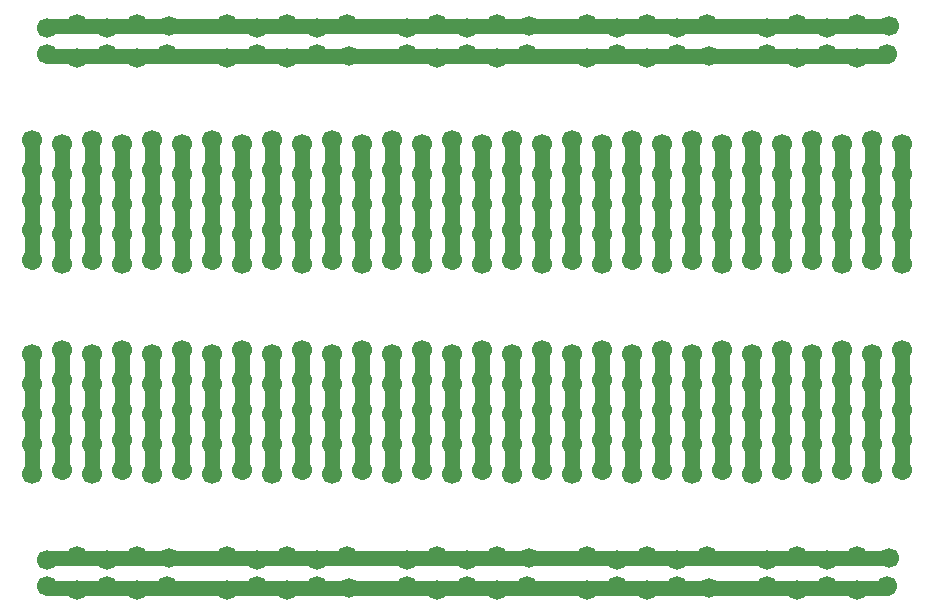
<source format=gbr>
%TF.GenerationSoftware,KiCad,Pcbnew,9.0.1*%
%TF.CreationDate,2025-05-06T21:02:19-04:00*%
%TF.ProjectId,PCB_breadboard,5043425f-6272-4656-9164-626f6172642e,V1.1.1.Locking*%
%TF.SameCoordinates,PX54c81a0PY9157080*%
%TF.FileFunction,Copper,L1,Top*%
%TF.FilePolarity,Positive*%
%FSLAX46Y46*%
G04 Gerber Fmt 4.6, Leading zero omitted, Abs format (unit mm)*
G04 Created by KiCad (PCBNEW 9.0.1) date 2025-05-06 21:02:19*
%MOMM*%
%LPD*%
G01*
G04 APERTURE LIST*
%TA.AperFunction,ComponentPad*%
%ADD10C,1.700000*%
%TD*%
%TA.AperFunction,Conductor*%
%ADD11C,1.250000*%
%TD*%
G04 APERTURE END LIST*
D10*
%TO.P,K59,1*%
%TO.N,Net-(K59-Pad1)*%
X50890000Y12860000D03*
%TO.P,K59,2*%
X50890000Y15400000D03*
%TO.P,K59,3*%
X50890000Y17940000D03*
%TO.P,K59,4*%
X50890000Y20480000D03*
%TO.P,K59,5*%
X50890000Y23020000D03*
%TD*%
%TO.P,K28,1*%
%TO.N,Net-(K28-Pad1)*%
X48350000Y30640000D03*
%TO.P,K28,2*%
X48350000Y33180000D03*
%TO.P,K28,3*%
X48350000Y35720000D03*
%TO.P,K28,4*%
X48350000Y38260000D03*
%TO.P,K28,5*%
X48350000Y40800000D03*
%TD*%
%TO.P,K30,1*%
%TO.N,Net-(K30-Pad1)*%
X53430000Y30640000D03*
%TO.P,K30,2*%
X53430000Y33180000D03*
%TO.P,K30,3*%
X53430000Y35720000D03*
%TO.P,K30,4*%
X53430000Y38260000D03*
%TO.P,K30,5*%
X53430000Y40800000D03*
%TD*%
%TO.P,K39,1*%
%TO.N,Net-(K39-Pad1)*%
X76290000Y30980000D03*
%TO.P,K39,2*%
X76290000Y33520000D03*
%TO.P,K39,3*%
X76290000Y36060000D03*
%TO.P,K39,4*%
X76290000Y38600000D03*
%TO.P,K39,5*%
X76290000Y41140000D03*
%TD*%
%TO.P,K63,1*%
%TO.N,Net-(K63-Pad1)*%
X61050000Y12860000D03*
%TO.P,K63,2*%
X61050000Y15400000D03*
%TO.P,K63,3*%
X61050000Y17940000D03*
%TO.P,K63,4*%
X61050000Y20480000D03*
%TO.P,K63,5*%
X61050000Y23020000D03*
%TD*%
%TO.P,K46,1*%
%TO.N,Net-(K46-Pad1)*%
X17870000Y13200000D03*
%TO.P,K46,2*%
X17870000Y15740000D03*
%TO.P,K46,3*%
X17870000Y18280000D03*
%TO.P,K46,4*%
X17870000Y20820000D03*
%TO.P,K46,5*%
X17870000Y23360000D03*
%TD*%
%TO.P,K35,1*%
%TO.N,Net-(K35-Pad1)*%
X66130000Y30980000D03*
%TO.P,K35,2*%
X66130000Y33520000D03*
%TO.P,K35,3*%
X66130000Y36060000D03*
%TO.P,K35,4*%
X66130000Y38600000D03*
%TO.P,K35,5*%
X66130000Y41140000D03*
%TD*%
%TO.P,K14,1*%
%TO.N,Net-(K14-Pad1)*%
X12790000Y30640000D03*
%TO.P,K14,2*%
X12790000Y33180000D03*
%TO.P,K14,3*%
X12790000Y35720000D03*
%TO.P,K14,4*%
X12790000Y38260000D03*
%TO.P,K14,5*%
X12790000Y40800000D03*
%TD*%
%TO.P,K9,1*%
%TO.N,Net-(K10-Pad1)*%
X52160000Y48090000D03*
%TO.P,K9,2*%
X54700000Y48430000D03*
%TO.P,K9,3*%
X57240000Y48090000D03*
%TO.P,K9,4*%
X59780000Y48430000D03*
%TO.P,K9,5*%
X62490000Y48260000D03*
%TD*%
%TO.P,K47,1*%
%TO.N,Net-(K47-Pad1)*%
X20410000Y12860000D03*
%TO.P,K47,2*%
X20410000Y15400000D03*
%TO.P,K47,3*%
X20410000Y17940000D03*
%TO.P,K47,4*%
X20410000Y20480000D03*
%TO.P,K47,5*%
X20410000Y23020000D03*
%TD*%
%TO.P,K56,1*%
%TO.N,Net-(K56-Pad1)*%
X43270000Y13200000D03*
%TO.P,K56,2*%
X43270000Y15740000D03*
%TO.P,K56,3*%
X43270000Y18280000D03*
%TO.P,K56,4*%
X43270000Y20820000D03*
%TO.P,K56,5*%
X43270000Y23360000D03*
%TD*%
%TO.P,K32,1*%
%TO.N,Net-(K32-Pad1)*%
X58510000Y30640000D03*
%TO.P,K32,2*%
X58510000Y33180000D03*
%TO.P,K32,3*%
X58510000Y35720000D03*
%TO.P,K32,4*%
X58510000Y38260000D03*
%TO.P,K32,5*%
X58510000Y40800000D03*
%TD*%
%TO.P,K54,1*%
%TO.N,Net-(K54-Pad1)*%
X38190000Y13200000D03*
%TO.P,K54,2*%
X38190000Y15740000D03*
%TO.P,K54,3*%
X38190000Y18280000D03*
%TO.P,K54,4*%
X38190000Y20820000D03*
%TO.P,K54,5*%
X38190000Y23360000D03*
%TD*%
%TO.P,K26,1*%
%TO.N,Net-(K26-Pad1)*%
X43270000Y30640000D03*
%TO.P,K26,2*%
X43270000Y33180000D03*
%TO.P,K26,3*%
X43270000Y35720000D03*
%TO.P,K26,4*%
X43270000Y38260000D03*
%TO.P,K26,5*%
X43270000Y40800000D03*
%TD*%
%TO.P,K18,1*%
%TO.N,Net-(K18-Pad1)*%
X22950000Y30640000D03*
%TO.P,K18,2*%
X22950000Y33180000D03*
%TO.P,K18,3*%
X22950000Y35720000D03*
%TO.P,K18,4*%
X22950000Y38260000D03*
%TO.P,K18,5*%
X22950000Y40800000D03*
%TD*%
%TO.P,K44,1*%
%TO.N,Net-(K44-Pad1)*%
X12790000Y13200000D03*
%TO.P,K44,2*%
X12790000Y15740000D03*
%TO.P,K44,3*%
X12790000Y18280000D03*
%TO.P,K44,4*%
X12790000Y20820000D03*
%TO.P,K44,5*%
X12790000Y23360000D03*
%TD*%
%TO.P,K15,1*%
%TO.N,Net-(K15-Pad1)*%
X15330000Y30980000D03*
%TO.P,K15,2*%
X15330000Y33520000D03*
%TO.P,K15,3*%
X15330000Y36060000D03*
%TO.P,K15,4*%
X15330000Y38600000D03*
%TO.P,K15,5*%
X15330000Y41140000D03*
%TD*%
%TO.P,K2,1*%
%TO.N,Net-(K1-Pad1)*%
X21680000Y50970000D03*
%TO.P,K2,2*%
X24220000Y50630000D03*
%TO.P,K2,3*%
X26760000Y50970000D03*
%TO.P,K2,4*%
X29300000Y50630000D03*
%TO.P,K2,5*%
X31840000Y50970000D03*
%TD*%
%TO.P,K16,1*%
%TO.N,Net-(K16-Pad1)*%
X17870000Y30640000D03*
%TO.P,K16,2*%
X17870000Y33180000D03*
%TO.P,K16,3*%
X17870000Y35720000D03*
%TO.P,K16,4*%
X17870000Y38260000D03*
%TO.P,K16,5*%
X17870000Y40800000D03*
%TD*%
%TO.P,K13,1*%
%TO.N,Net-(K13-Pad1)*%
X10250000Y30980000D03*
%TO.P,K13,2*%
X10250000Y33520000D03*
%TO.P,K13,3*%
X10250000Y36060000D03*
%TO.P,K13,4*%
X10250000Y38600000D03*
%TO.P,K13,5*%
X10250000Y41140000D03*
%TD*%
%TO.P,K37,1*%
%TO.N,Net-(K37-Pad1)*%
X71210000Y30980000D03*
%TO.P,K37,2*%
X71210000Y33520000D03*
%TO.P,K37,3*%
X71210000Y36060000D03*
%TO.P,K37,4*%
X71210000Y38600000D03*
%TO.P,K37,5*%
X71210000Y41140000D03*
%TD*%
%TO.P,K3,1*%
%TO.N,Net-(K1-Pad1)*%
X36920000Y50630000D03*
%TO.P,K3,2*%
X39460000Y50970000D03*
%TO.P,K3,3*%
X42000000Y50630000D03*
%TO.P,K3,4*%
X44540000Y50970000D03*
%TO.P,K3,5*%
X47250000Y50800000D03*
%TD*%
%TO.P,K73,1*%
%TO.N,Net-(K71-Pad1)*%
X36920000Y5570000D03*
%TO.P,K73,2*%
X39460000Y5910000D03*
%TO.P,K73,3*%
X42000000Y5570000D03*
%TO.P,K73,4*%
X44540000Y5910000D03*
%TO.P,K73,5*%
X47250000Y5740000D03*
%TD*%
%TO.P,K80,1*%
%TO.N,Net-(K76-Pad1)*%
X67400000Y3370000D03*
%TO.P,K80,2*%
X69940000Y3030000D03*
%TO.P,K80,3*%
X72480000Y3370000D03*
%TO.P,K80,4*%
X75020000Y3030000D03*
%TO.P,K80,5*%
X77560000Y3370000D03*
%TD*%
%TO.P,K23,1*%
%TO.N,Net-(K23-Pad1)*%
X35650000Y30980000D03*
%TO.P,K23,2*%
X35650000Y33520000D03*
%TO.P,K23,3*%
X35650000Y36060000D03*
%TO.P,K23,4*%
X35650000Y38600000D03*
%TO.P,K23,5*%
X35650000Y41140000D03*
%TD*%
%TO.P,K68,1*%
%TO.N,Net-(K68-Pad1)*%
X73750000Y13200000D03*
%TO.P,K68,2*%
X73750000Y15740000D03*
%TO.P,K68,3*%
X73750000Y18280000D03*
%TO.P,K68,4*%
X73750000Y20820000D03*
%TO.P,K68,5*%
X73750000Y23360000D03*
%TD*%
%TO.P,K5,1*%
%TO.N,Net-(K1-Pad1)*%
X67400000Y50630000D03*
%TO.P,K5,2*%
X69940000Y50970000D03*
%TO.P,K5,3*%
X72480000Y50630000D03*
%TO.P,K5,4*%
X75020000Y50970000D03*
%TO.P,K5,5*%
X77730000Y50800000D03*
%TD*%
%TO.P,K27,1*%
%TO.N,Net-(K27-Pad1)*%
X45810000Y30980000D03*
%TO.P,K27,2*%
X45810000Y33520000D03*
%TO.P,K27,3*%
X45810000Y36060000D03*
%TO.P,K27,4*%
X45810000Y38600000D03*
%TO.P,K27,5*%
X45810000Y41140000D03*
%TD*%
%TO.P,K64,1*%
%TO.N,Net-(K64-Pad1)*%
X63590000Y13200000D03*
%TO.P,K64,2*%
X63590000Y15740000D03*
%TO.P,K64,3*%
X63590000Y18280000D03*
%TO.P,K64,4*%
X63590000Y20820000D03*
%TO.P,K64,5*%
X63590000Y23360000D03*
%TD*%
%TO.P,K25,1*%
%TO.N,Net-(K25-Pad1)*%
X40730000Y30980000D03*
%TO.P,K25,2*%
X40730000Y33520000D03*
%TO.P,K25,3*%
X40730000Y36060000D03*
%TO.P,K25,4*%
X40730000Y38600000D03*
%TO.P,K25,5*%
X40730000Y41140000D03*
%TD*%
%TO.P,K36,1*%
%TO.N,Net-(K36-Pad1)*%
X68670000Y30640000D03*
%TO.P,K36,2*%
X68670000Y33180000D03*
%TO.P,K36,3*%
X68670000Y35720000D03*
%TO.P,K36,4*%
X68670000Y38260000D03*
%TO.P,K36,5*%
X68670000Y40800000D03*
%TD*%
%TO.P,K21,1*%
%TO.N,Net-(K21-Pad1)*%
X30570000Y30980000D03*
%TO.P,K21,2*%
X30570000Y33520000D03*
%TO.P,K21,3*%
X30570000Y36060000D03*
%TO.P,K21,4*%
X30570000Y38600000D03*
%TO.P,K21,5*%
X30570000Y41140000D03*
%TD*%
%TO.P,K1,1*%
%TO.N,Net-(K1-Pad1)*%
X6440000Y50630000D03*
%TO.P,K1,2*%
X8980000Y50970000D03*
%TO.P,K1,3*%
X11520000Y50630000D03*
%TO.P,K1,4*%
X14060000Y50970000D03*
%TO.P,K1,5*%
X16770000Y50800000D03*
%TD*%
%TO.P,K79,1*%
%TO.N,Net-(K76-Pad1)*%
X52160000Y3030000D03*
%TO.P,K79,2*%
X54700000Y3370000D03*
%TO.P,K79,3*%
X57240000Y3030000D03*
%TO.P,K79,4*%
X59780000Y3370000D03*
%TO.P,K79,5*%
X62490000Y3200000D03*
%TD*%
%TO.P,K6,1*%
%TO.N,Net-(K10-Pad1)*%
X6440000Y48430000D03*
%TO.P,K6,2*%
X8980000Y48090000D03*
%TO.P,K6,3*%
X11520000Y48430000D03*
%TO.P,K6,4*%
X14060000Y48090000D03*
%TO.P,K6,5*%
X16600000Y48430000D03*
%TD*%
%TO.P,K51,1*%
%TO.N,Net-(K51-Pad1)*%
X30570000Y12860000D03*
%TO.P,K51,2*%
X30570000Y15400000D03*
%TO.P,K51,3*%
X30570000Y17940000D03*
%TO.P,K51,4*%
X30570000Y20480000D03*
%TO.P,K51,5*%
X30570000Y23020000D03*
%TD*%
%TO.P,K41,1*%
%TO.N,Net-(K41-Pad1)*%
X5170000Y12860000D03*
%TO.P,K41,2*%
X5170000Y15400000D03*
%TO.P,K41,3*%
X5170000Y17940000D03*
%TO.P,K41,4*%
X5170000Y20480000D03*
%TO.P,K41,5*%
X5170000Y23020000D03*
%TD*%
%TO.P,K45,1*%
%TO.N,Net-(K45-Pad1)*%
X15330000Y12860000D03*
%TO.P,K45,2*%
X15330000Y15400000D03*
%TO.P,K45,3*%
X15330000Y17940000D03*
%TO.P,K45,4*%
X15330000Y20480000D03*
%TO.P,K45,5*%
X15330000Y23020000D03*
%TD*%
%TO.P,K40,1*%
%TO.N,Net-(K40-Pad1)*%
X78830000Y30640000D03*
%TO.P,K40,2*%
X78830000Y33180000D03*
%TO.P,K40,3*%
X78830000Y35720000D03*
%TO.P,K40,4*%
X78830000Y38260000D03*
%TO.P,K40,5*%
X78830000Y40800000D03*
%TD*%
%TO.P,K11,1*%
%TO.N,Net-(K11-Pad1)*%
X5170000Y30980000D03*
%TO.P,K11,2*%
X5170000Y33520000D03*
%TO.P,K11,3*%
X5170000Y36060000D03*
%TO.P,K11,4*%
X5170000Y38600000D03*
%TO.P,K11,5*%
X5170000Y41140000D03*
%TD*%
%TO.P,K31,1*%
%TO.N,Net-(K31-Pad1)*%
X55970000Y30980000D03*
%TO.P,K31,2*%
X55970000Y33520000D03*
%TO.P,K31,3*%
X55970000Y36060000D03*
%TO.P,K31,4*%
X55970000Y38600000D03*
%TO.P,K31,5*%
X55970000Y41140000D03*
%TD*%
%TO.P,K43,1*%
%TO.N,Net-(K43-Pad1)*%
X10250000Y12860000D03*
%TO.P,K43,2*%
X10250000Y15400000D03*
%TO.P,K43,3*%
X10250000Y17940000D03*
%TO.P,K43,4*%
X10250000Y20480000D03*
%TO.P,K43,5*%
X10250000Y23020000D03*
%TD*%
%TO.P,K72,1*%
%TO.N,Net-(K71-Pad1)*%
X21680000Y5910000D03*
%TO.P,K72,2*%
X24220000Y5570000D03*
%TO.P,K72,3*%
X26760000Y5910000D03*
%TO.P,K72,4*%
X29300000Y5570000D03*
%TO.P,K72,5*%
X31840000Y5910000D03*
%TD*%
%TO.P,K33,1*%
%TO.N,Net-(K33-Pad1)*%
X61050000Y30980000D03*
%TO.P,K33,2*%
X61050000Y33520000D03*
%TO.P,K33,3*%
X61050000Y36060000D03*
%TO.P,K33,4*%
X61050000Y38600000D03*
%TO.P,K33,5*%
X61050000Y41140000D03*
%TD*%
%TO.P,K55,1*%
%TO.N,Net-(K55-Pad1)*%
X40730000Y12860000D03*
%TO.P,K55,2*%
X40730000Y15400000D03*
%TO.P,K55,3*%
X40730000Y17940000D03*
%TO.P,K55,4*%
X40730000Y20480000D03*
%TO.P,K55,5*%
X40730000Y23020000D03*
%TD*%
%TO.P,K53,1*%
%TO.N,Net-(K53-Pad1)*%
X35650000Y12860000D03*
%TO.P,K53,2*%
X35650000Y15400000D03*
%TO.P,K53,3*%
X35650000Y17940000D03*
%TO.P,K53,4*%
X35650000Y20480000D03*
%TO.P,K53,5*%
X35650000Y23020000D03*
%TD*%
%TO.P,K57,1*%
%TO.N,Net-(K57-Pad1)*%
X45810000Y12860000D03*
%TO.P,K57,2*%
X45810000Y15400000D03*
%TO.P,K57,3*%
X45810000Y17940000D03*
%TO.P,K57,4*%
X45810000Y20480000D03*
%TO.P,K57,5*%
X45810000Y23020000D03*
%TD*%
%TO.P,K10,1*%
%TO.N,Net-(K10-Pad1)*%
X67400000Y48430000D03*
%TO.P,K10,2*%
X69940000Y48090000D03*
%TO.P,K10,3*%
X72480000Y48430000D03*
%TO.P,K10,4*%
X75020000Y48090000D03*
%TO.P,K10,5*%
X77560000Y48430000D03*
%TD*%
%TO.P,K8,1*%
%TO.N,Net-(K10-Pad1)*%
X36920000Y48430000D03*
%TO.P,K8,2*%
X39460000Y48090000D03*
%TO.P,K8,3*%
X42000000Y48430000D03*
%TO.P,K8,4*%
X44540000Y48090000D03*
%TO.P,K8,5*%
X47080000Y48430000D03*
%TD*%
%TO.P,K7,1*%
%TO.N,Net-(K10-Pad1)*%
X21680000Y48090000D03*
%TO.P,K7,2*%
X24220000Y48430000D03*
%TO.P,K7,3*%
X26760000Y48090000D03*
%TO.P,K7,4*%
X29300000Y48430000D03*
%TO.P,K7,5*%
X32010000Y48260000D03*
%TD*%
%TO.P,K24,1*%
%TO.N,Net-(K24-Pad1)*%
X38190000Y30640000D03*
%TO.P,K24,2*%
X38190000Y33180000D03*
%TO.P,K24,3*%
X38190000Y35720000D03*
%TO.P,K24,4*%
X38190000Y38260000D03*
%TO.P,K24,5*%
X38190000Y40800000D03*
%TD*%
%TO.P,K19,1*%
%TO.N,Net-(K19-Pad1)*%
X25490000Y30980000D03*
%TO.P,K19,2*%
X25490000Y33520000D03*
%TO.P,K19,3*%
X25490000Y36060000D03*
%TO.P,K19,4*%
X25490000Y38600000D03*
%TO.P,K19,5*%
X25490000Y41140000D03*
%TD*%
%TO.P,K49,1*%
%TO.N,Net-(K49-Pad1)*%
X25490000Y12860000D03*
%TO.P,K49,2*%
X25490000Y15400000D03*
%TO.P,K49,3*%
X25490000Y17940000D03*
%TO.P,K49,4*%
X25490000Y20480000D03*
%TO.P,K49,5*%
X25490000Y23020000D03*
%TD*%
%TO.P,K70,1*%
%TO.N,Net-(K70-Pad1)*%
X78830000Y13200000D03*
%TO.P,K70,2*%
X78830000Y15740000D03*
%TO.P,K70,3*%
X78830000Y18280000D03*
%TO.P,K70,4*%
X78830000Y20820000D03*
%TO.P,K70,5*%
X78830000Y23360000D03*
%TD*%
%TO.P,K78,1*%
%TO.N,Net-(K76-Pad1)*%
X36920000Y3370000D03*
%TO.P,K78,2*%
X39460000Y3030000D03*
%TO.P,K78,3*%
X42000000Y3370000D03*
%TO.P,K78,4*%
X44540000Y3030000D03*
%TO.P,K78,5*%
X47080000Y3370000D03*
%TD*%
%TO.P,K71,1*%
%TO.N,Net-(K71-Pad1)*%
X6440000Y5570000D03*
%TO.P,K71,2*%
X8980000Y5910000D03*
%TO.P,K71,3*%
X11520000Y5570000D03*
%TO.P,K71,4*%
X14060000Y5910000D03*
%TO.P,K71,5*%
X16770000Y5740000D03*
%TD*%
%TO.P,K29,1*%
%TO.N,Net-(K29-Pad1)*%
X50890000Y30980000D03*
%TO.P,K29,2*%
X50890000Y33520000D03*
%TO.P,K29,3*%
X50890000Y36060000D03*
%TO.P,K29,4*%
X50890000Y38600000D03*
%TO.P,K29,5*%
X50890000Y41140000D03*
%TD*%
%TO.P,K61,1*%
%TO.N,Net-(K61-Pad1)*%
X55970000Y12860000D03*
%TO.P,K61,2*%
X55970000Y15400000D03*
%TO.P,K61,3*%
X55970000Y17940000D03*
%TO.P,K61,4*%
X55970000Y20480000D03*
%TO.P,K61,5*%
X55970000Y23020000D03*
%TD*%
%TO.P,K74,1*%
%TO.N,Net-(K71-Pad1)*%
X52160000Y5910000D03*
%TO.P,K74,2*%
X54700000Y5570000D03*
%TO.P,K74,3*%
X57240000Y5910000D03*
%TO.P,K74,4*%
X59780000Y5570000D03*
%TO.P,K74,5*%
X62320000Y5910000D03*
%TD*%
%TO.P,K75,1*%
%TO.N,Net-(K71-Pad1)*%
X67400000Y5570000D03*
%TO.P,K75,2*%
X69940000Y5910000D03*
%TO.P,K75,3*%
X72480000Y5570000D03*
%TO.P,K75,4*%
X75020000Y5910000D03*
%TO.P,K75,5*%
X77730000Y5740000D03*
%TD*%
%TO.P,K62,1*%
%TO.N,Net-(K62-Pad1)*%
X58510000Y13200000D03*
%TO.P,K62,2*%
X58510000Y15740000D03*
%TO.P,K62,3*%
X58510000Y18280000D03*
%TO.P,K62,4*%
X58510000Y20820000D03*
%TO.P,K62,5*%
X58510000Y23360000D03*
%TD*%
%TO.P,K60,1*%
%TO.N,Net-(K60-Pad1)*%
X53430000Y13200000D03*
%TO.P,K60,2*%
X53430000Y15740000D03*
%TO.P,K60,3*%
X53430000Y18280000D03*
%TO.P,K60,4*%
X53430000Y20820000D03*
%TO.P,K60,5*%
X53430000Y23360000D03*
%TD*%
%TO.P,K42,1*%
%TO.N,Net-(K42-Pad1)*%
X7710000Y13200000D03*
%TO.P,K42,2*%
X7710000Y15740000D03*
%TO.P,K42,3*%
X7710000Y18280000D03*
%TO.P,K42,4*%
X7710000Y20820000D03*
%TO.P,K42,5*%
X7710000Y23360000D03*
%TD*%
%TO.P,K58,1*%
%TO.N,Net-(K58-Pad1)*%
X48350000Y13200000D03*
%TO.P,K58,2*%
X48350000Y15740000D03*
%TO.P,K58,3*%
X48350000Y18280000D03*
%TO.P,K58,4*%
X48350000Y20820000D03*
%TO.P,K58,5*%
X48350000Y23360000D03*
%TD*%
%TO.P,K76,1*%
%TO.N,Net-(K76-Pad1)*%
X6440000Y3370000D03*
%TO.P,K76,2*%
X8980000Y3030000D03*
%TO.P,K76,3*%
X11520000Y3370000D03*
%TO.P,K76,4*%
X14060000Y3030000D03*
%TO.P,K76,5*%
X16600000Y3370000D03*
%TD*%
%TO.P,K17,1*%
%TO.N,Net-(K17-Pad1)*%
X20410000Y30980000D03*
%TO.P,K17,2*%
X20410000Y33520000D03*
%TO.P,K17,3*%
X20410000Y36060000D03*
%TO.P,K17,4*%
X20410000Y38600000D03*
%TO.P,K17,5*%
X20410000Y41140000D03*
%TD*%
%TO.P,K66,1*%
%TO.N,Net-(K66-Pad1)*%
X68670000Y13200000D03*
%TO.P,K66,2*%
X68670000Y15740000D03*
%TO.P,K66,3*%
X68670000Y18280000D03*
%TO.P,K66,4*%
X68670000Y20820000D03*
%TO.P,K66,5*%
X68670000Y23360000D03*
%TD*%
%TO.P,K34,1*%
%TO.N,Net-(K34-Pad1)*%
X63590000Y30640000D03*
%TO.P,K34,2*%
X63590000Y33180000D03*
%TO.P,K34,3*%
X63590000Y35720000D03*
%TO.P,K34,4*%
X63590000Y38260000D03*
%TO.P,K34,5*%
X63590000Y40800000D03*
%TD*%
%TO.P,K65,1*%
%TO.N,Net-(K65-Pad1)*%
X66130000Y12860000D03*
%TO.P,K65,2*%
X66130000Y15400000D03*
%TO.P,K65,3*%
X66130000Y17940000D03*
%TO.P,K65,4*%
X66130000Y20480000D03*
%TO.P,K65,5*%
X66130000Y23020000D03*
%TD*%
%TO.P,K4,1*%
%TO.N,Net-(K1-Pad1)*%
X52160000Y50970000D03*
%TO.P,K4,2*%
X54700000Y50630000D03*
%TO.P,K4,3*%
X57240000Y50970000D03*
%TO.P,K4,4*%
X59780000Y50630000D03*
%TO.P,K4,5*%
X62320000Y50970000D03*
%TD*%
%TO.P,K69,1*%
%TO.N,Net-(K69-Pad1)*%
X76290000Y12860000D03*
%TO.P,K69,2*%
X76290000Y15400000D03*
%TO.P,K69,3*%
X76290000Y17940000D03*
%TO.P,K69,4*%
X76290000Y20480000D03*
%TO.P,K69,5*%
X76290000Y23020000D03*
%TD*%
%TO.P,K22,1*%
%TO.N,Net-(K22-Pad1)*%
X33110000Y30640000D03*
%TO.P,K22,2*%
X33110000Y33180000D03*
%TO.P,K22,3*%
X33110000Y35720000D03*
%TO.P,K22,4*%
X33110000Y38260000D03*
%TO.P,K22,5*%
X33110000Y40800000D03*
%TD*%
%TO.P,K67,1*%
%TO.N,Net-(K67-Pad1)*%
X71210000Y12860000D03*
%TO.P,K67,2*%
X71210000Y15400000D03*
%TO.P,K67,3*%
X71210000Y17940000D03*
%TO.P,K67,4*%
X71210000Y20480000D03*
%TO.P,K67,5*%
X71210000Y23020000D03*
%TD*%
%TO.P,K12,1*%
%TO.N,Net-(K12-Pad1)*%
X7710000Y30640000D03*
%TO.P,K12,2*%
X7710000Y33180000D03*
%TO.P,K12,3*%
X7710000Y35720000D03*
%TO.P,K12,4*%
X7710000Y38260000D03*
%TO.P,K12,5*%
X7710000Y40800000D03*
%TD*%
%TO.P,K50,1*%
%TO.N,Net-(K50-Pad1)*%
X28030000Y13200000D03*
%TO.P,K50,2*%
X28030000Y15740000D03*
%TO.P,K50,3*%
X28030000Y18280000D03*
%TO.P,K50,4*%
X28030000Y20820000D03*
%TO.P,K50,5*%
X28030000Y23360000D03*
%TD*%
%TO.P,K38,1*%
%TO.N,Net-(K38-Pad1)*%
X73750000Y30640000D03*
%TO.P,K38,2*%
X73750000Y33180000D03*
%TO.P,K38,3*%
X73750000Y35720000D03*
%TO.P,K38,4*%
X73750000Y38260000D03*
%TO.P,K38,5*%
X73750000Y40800000D03*
%TD*%
%TO.P,K20,1*%
%TO.N,Net-(K20-Pad1)*%
X28030000Y30640000D03*
%TO.P,K20,2*%
X28030000Y33180000D03*
%TO.P,K20,3*%
X28030000Y35720000D03*
%TO.P,K20,4*%
X28030000Y38260000D03*
%TO.P,K20,5*%
X28030000Y40800000D03*
%TD*%
%TO.P,K48,1*%
%TO.N,Net-(K48-Pad1)*%
X22950000Y13200000D03*
%TO.P,K48,2*%
X22950000Y15740000D03*
%TO.P,K48,3*%
X22950000Y18280000D03*
%TO.P,K48,4*%
X22950000Y20820000D03*
%TO.P,K48,5*%
X22950000Y23360000D03*
%TD*%
%TO.P,K77,1*%
%TO.N,Net-(K76-Pad1)*%
X21680000Y3030000D03*
%TO.P,K77,2*%
X24220000Y3370000D03*
%TO.P,K77,3*%
X26760000Y3030000D03*
%TO.P,K77,4*%
X29300000Y3370000D03*
%TO.P,K77,5*%
X32010000Y3200000D03*
%TD*%
%TO.P,K52,1*%
%TO.N,Net-(K52-Pad1)*%
X33110000Y13200000D03*
%TO.P,K52,2*%
X33110000Y15740000D03*
%TO.P,K52,3*%
X33110000Y18280000D03*
%TO.P,K52,4*%
X33110000Y20820000D03*
%TO.P,K52,5*%
X33110000Y23360000D03*
%TD*%
D11*
%TO.N,Net-(K1-Pad1)*%
X77560000Y50800000D02*
X6440000Y50800000D01*
%TO.N,Net-(K25-Pad1)*%
X40730000Y40970000D02*
X40730000Y30810000D01*
%TO.N,Net-(K10-Pad1)*%
X6440000Y48260000D02*
X77560000Y48260000D01*
%TO.N,Net-(K11-Pad1)*%
X5170000Y30810000D02*
X5170000Y40970000D01*
%TO.N,Net-(K12-Pad1)*%
X7710000Y40970000D02*
X7710000Y30810000D01*
%TO.N,Net-(K13-Pad1)*%
X10250000Y30810000D02*
X10250000Y40970000D01*
%TO.N,Net-(K14-Pad1)*%
X12790000Y40970000D02*
X12790000Y30810000D01*
%TO.N,Net-(K15-Pad1)*%
X15330000Y30810000D02*
X15330000Y40970000D01*
%TO.N,Net-(K16-Pad1)*%
X17870000Y40970000D02*
X17870000Y30810000D01*
%TO.N,Net-(K17-Pad1)*%
X20410000Y30810000D02*
X20410000Y40970000D01*
%TO.N,Net-(K18-Pad1)*%
X22950000Y40970000D02*
X22950000Y30810000D01*
%TO.N,Net-(K19-Pad1)*%
X25490000Y40970000D02*
X25490000Y30810000D01*
%TO.N,Net-(K20-Pad1)*%
X28030000Y30810000D02*
X28030000Y40970000D01*
%TO.N,Net-(K21-Pad1)*%
X30570000Y40970000D02*
X30570000Y30810000D01*
%TO.N,Net-(K22-Pad1)*%
X33110000Y30810000D02*
X33110000Y40970000D01*
%TO.N,Net-(K23-Pad1)*%
X35650000Y40970000D02*
X35650000Y30810000D01*
%TO.N,Net-(K24-Pad1)*%
X38190000Y30810000D02*
X38190000Y40970000D01*
%TO.N,Net-(K29-Pad1)*%
X50890000Y40970000D02*
X50890000Y30810000D01*
%TO.N,Net-(K30-Pad1)*%
X53430000Y30810000D02*
X53430000Y40970000D01*
%TO.N,Net-(K31-Pad1)*%
X55970000Y40970000D02*
X55970000Y30810000D01*
%TO.N,Net-(K32-Pad1)*%
X58510000Y30810000D02*
X58510000Y40970000D01*
%TO.N,Net-(K33-Pad1)*%
X61050000Y40970000D02*
X61050000Y30810000D01*
%TO.N,Net-(K34-Pad1)*%
X63590000Y30810000D02*
X63590000Y40970000D01*
%TO.N,Net-(K35-Pad1)*%
X66130000Y40970000D02*
X66130000Y30810000D01*
%TO.N,Net-(K36-Pad1)*%
X68670000Y30810000D02*
X68670000Y40970000D01*
%TO.N,Net-(K39-Pad1)*%
X76290000Y40970000D02*
X76290000Y30810000D01*
%TO.N,Net-(K40-Pad1)*%
X78830000Y30810000D02*
X78830000Y40970000D01*
%TO.N,Net-(K41-Pad1)*%
X5170000Y13030000D02*
X5170000Y23190000D01*
%TO.N,Net-(K42-Pad1)*%
X7710000Y13030000D02*
X7710000Y23190000D01*
%TO.N,Net-(K45-Pad1)*%
X15330000Y13030000D02*
X15330000Y23190000D01*
%TO.N,Net-(K46-Pad1)*%
X17870000Y23190000D02*
X17870000Y13030000D01*
%TO.N,Net-(K47-Pad1)*%
X20410000Y13030000D02*
X20410000Y23190000D01*
%TO.N,Net-(K48-Pad1)*%
X22950000Y23190000D02*
X22950000Y13030000D01*
%TO.N,Net-(K49-Pad1)*%
X25490000Y13030000D02*
X25490000Y23190000D01*
%TO.N,Net-(K50-Pad1)*%
X28030000Y23190000D02*
X28030000Y13030000D01*
%TO.N,Net-(K51-Pad1)*%
X30570000Y13030000D02*
X30570000Y23190000D01*
%TO.N,Net-(K52-Pad1)*%
X33110000Y23190000D02*
X33110000Y13030000D01*
%TO.N,Net-(K57-Pad1)*%
X45810000Y23190000D02*
X45810000Y13030000D01*
%TO.N,Net-(K58-Pad1)*%
X48350000Y13030000D02*
X48350000Y23190000D01*
%TO.N,Net-(K59-Pad1)*%
X50890000Y23190000D02*
X50890000Y13030000D01*
%TO.N,Net-(K60-Pad1)*%
X53430000Y13030000D02*
X53430000Y23190000D01*
%TO.N,Net-(K61-Pad1)*%
X55970000Y23190000D02*
X55970000Y13030000D01*
%TO.N,Net-(K62-Pad1)*%
X58510000Y13030000D02*
X58510000Y23190000D01*
%TO.N,Net-(K63-Pad1)*%
X61050000Y23190000D02*
X61050000Y13030000D01*
%TO.N,Net-(K64-Pad1)*%
X63590000Y13030000D02*
X63590000Y23190000D01*
%TO.N,Net-(K65-Pad1)*%
X66130000Y23190000D02*
X66130000Y13030000D01*
%TO.N,Net-(K66-Pad1)*%
X68670000Y13030000D02*
X68670000Y23190000D01*
%TO.N,Net-(K67-Pad1)*%
X71210000Y23190000D02*
X71210000Y13030000D01*
%TO.N,Net-(K68-Pad1)*%
X73750000Y13030000D02*
X73750000Y23190000D01*
%TO.N,Net-(K76-Pad1)*%
X6440000Y3200000D02*
X77560000Y3200000D01*
%TO.N,Net-(K26-Pad1)*%
X43270000Y30810000D02*
X43270000Y40970000D01*
%TO.N,Net-(K27-Pad1)*%
X45810000Y40970000D02*
X45810000Y30810000D01*
%TO.N,Net-(K28-Pad1)*%
X48350000Y30810000D02*
X48350000Y40970000D01*
%TO.N,Net-(K37-Pad1)*%
X71210000Y40970000D02*
X71210000Y30810000D01*
%TO.N,Net-(K38-Pad1)*%
X73750000Y30810000D02*
X73750000Y40970000D01*
%TO.N,Net-(K43-Pad1)*%
X10250000Y13030000D02*
X10250000Y23190000D01*
%TO.N,Net-(K44-Pad1)*%
X12790000Y13030000D02*
X12790000Y23190000D01*
%TO.N,Net-(K53-Pad1)*%
X35650000Y13030000D02*
X35650000Y23190000D01*
%TO.N,Net-(K54-Pad1)*%
X38190000Y23190000D02*
X38190000Y13030000D01*
%TO.N,Net-(K55-Pad1)*%
X40730000Y13030000D02*
X40730000Y23190000D01*
%TO.N,Net-(K56-Pad1)*%
X43270000Y23190000D02*
X43270000Y13030000D01*
%TO.N,Net-(K69-Pad1)*%
X76290000Y23190000D02*
X76290000Y13030000D01*
%TO.N,Net-(K70-Pad1)*%
X78830000Y13030000D02*
X78830000Y23190000D01*
%TO.N,Net-(K71-Pad1)*%
X6440000Y5740000D02*
X8980000Y5740000D01*
X8980000Y5740000D02*
X77560000Y5740000D01*
%TD*%
M02*

</source>
